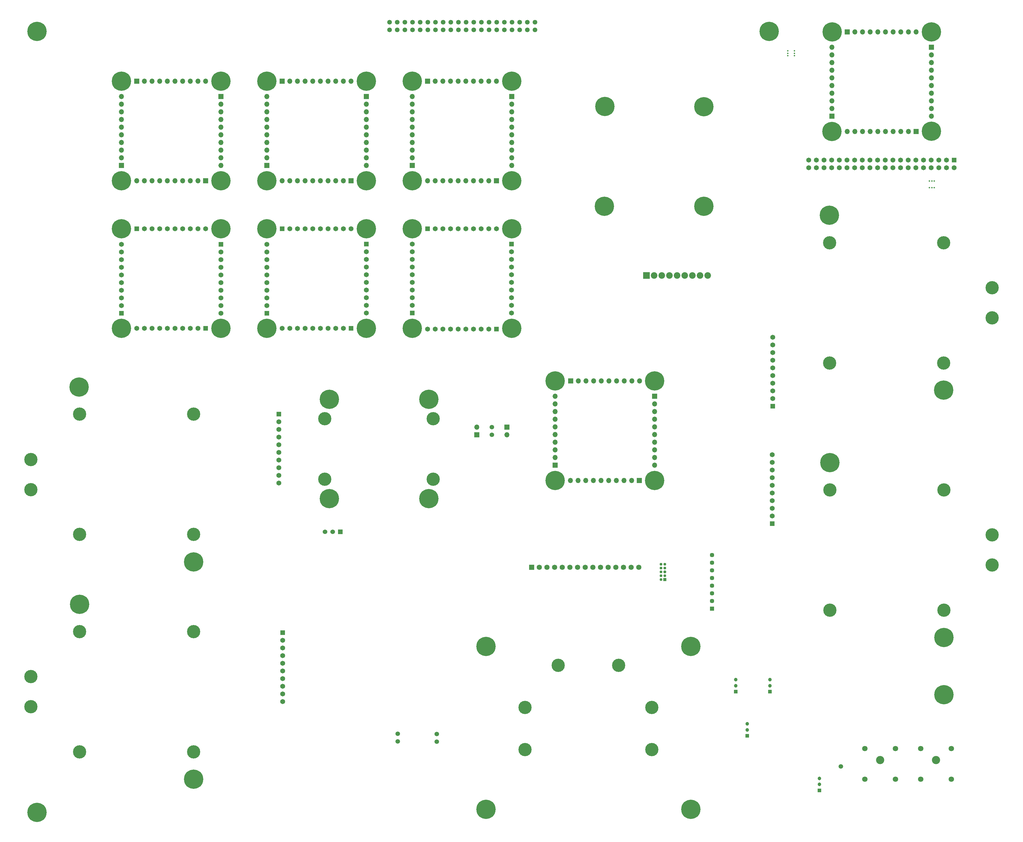
<source format=gbr>
%TF.GenerationSoftware,KiCad,Pcbnew,(7.0.0)*%
%TF.CreationDate,2023-04-25T15:08:01+02:00*%
%TF.ProjectId,EGSE,45475345-2e6b-4696-9361-645f70636258,rev?*%
%TF.SameCoordinates,Original*%
%TF.FileFunction,Soldermask,Bot*%
%TF.FilePolarity,Negative*%
%FSLAX46Y46*%
G04 Gerber Fmt 4.6, Leading zero omitted, Abs format (unit mm)*
G04 Created by KiCad (PCBNEW (7.0.0)) date 2023-04-25 15:08:01*
%MOMM*%
%LPD*%
G01*
G04 APERTURE LIST*
%ADD10R,1.000000X1.000000*%
%ADD11C,0.940000*%
%ADD12C,1.000000*%
%ADD13C,1.803400*%
%ADD14C,2.717800*%
%ADD15R,1.700000X1.700000*%
%ADD16O,1.700000X1.700000*%
%ADD17C,4.400000*%
%ADD18R,2.175000X2.175000*%
%ADD19C,2.175000*%
%ADD20C,6.400000*%
%ADD21R,1.650000X1.650000*%
%ADD22C,1.650000*%
%ADD23R,1.200000X1.200000*%
%ADD24C,1.200000*%
%ADD25C,1.500000*%
%ADD26C,0.500000*%
%ADD27R,1.447800X1.447800*%
%ADD28C,1.447800*%
%ADD29C,1.501000*%
%ADD30C,1.550000*%
%ADD31R,1.530000X1.530000*%
%ADD32C,1.530000*%
%ADD33R,1.725000X1.725000*%
%ADD34C,1.725000*%
G04 APERTURE END LIST*
D10*
%TO.C,J25*%
X347336750Y-240794599D03*
D11*
X346066751Y-240794600D03*
X347336751Y-239524600D03*
X346066751Y-239524600D03*
D12*
X347336751Y-238254600D03*
D11*
X346066751Y-238254600D03*
X347336751Y-236984600D03*
X346066751Y-236984600D03*
X347336751Y-235714600D03*
X346066751Y-235714600D03*
%TD*%
D13*
%TO.C,J55*%
X432300000Y-306986800D03*
X432300000Y-296826800D03*
X442460000Y-296826800D03*
X442460000Y-306986800D03*
D14*
X437380000Y-300636800D03*
%TD*%
D15*
%TO.C,J11*%
X268579999Y-75564999D03*
D16*
X271119999Y-75564999D03*
X273659999Y-75564999D03*
X276199999Y-75564999D03*
X278739999Y-75564999D03*
X281279999Y-75564999D03*
X283819999Y-75564999D03*
X286359999Y-75564999D03*
X288899999Y-75564999D03*
X291439999Y-75564999D03*
%TD*%
D17*
%TO.C,H21*%
X402154000Y-250942000D03*
%TD*%
D18*
%TO.C,J62*%
X341299999Y-139999999D03*
D19*
X343840000Y-140000000D03*
X346380000Y-140000000D03*
X348920000Y-140000000D03*
X351460000Y-140000000D03*
X354000000Y-140000000D03*
X356540000Y-140000000D03*
X359080000Y-140000000D03*
X361620000Y-140000000D03*
%TD*%
D20*
%TO.C,H42*%
X296520000Y-124521367D03*
%TD*%
D17*
%TO.C,H63*%
X270516234Y-187500000D03*
%TD*%
%TO.C,H65*%
X270516234Y-207500000D03*
%TD*%
D21*
%TO.C,J14*%
X220319999Y-124521366D03*
D22*
X222860000Y-124521367D03*
X225400000Y-124521367D03*
X227940000Y-124521367D03*
X230480000Y-124521367D03*
X233020000Y-124521367D03*
X235560000Y-124521367D03*
X238100000Y-124521367D03*
X240640000Y-124521367D03*
X243180000Y-124521367D03*
%TD*%
D15*
%TO.C,J60*%
X430783999Y-92201999D03*
D16*
X428243999Y-92201999D03*
X425703999Y-92201999D03*
X423163999Y-92201999D03*
X420623999Y-92201999D03*
X418083999Y-92201999D03*
X415543999Y-92201999D03*
X413003999Y-92201999D03*
X410463999Y-92201999D03*
X407923999Y-92201999D03*
%TD*%
D20*
%TO.C,H16*%
X435809040Y-92133246D03*
%TD*%
D15*
%TO.C,J12*%
X296519999Y-80644999D03*
D16*
X296519999Y-83184999D03*
X296519999Y-85724999D03*
X296519999Y-88264999D03*
X296519999Y-90804999D03*
X296519999Y-93344999D03*
X296519999Y-95884999D03*
X296519999Y-98424999D03*
X296519999Y-100964999D03*
X296519999Y-103504999D03*
%TD*%
D21*
%TO.C,J18*%
X199999999Y-129667160D03*
D22*
X200000000Y-132207161D03*
X200000000Y-134747161D03*
X200000000Y-137287161D03*
X200000000Y-139827161D03*
X200000000Y-142367161D03*
X200000000Y-144907161D03*
X200000000Y-147447161D03*
X200000000Y-149987161D03*
X200000000Y-152527161D03*
%TD*%
D21*
%TO.C,J23*%
X296512876Y-129578911D03*
D22*
X296512877Y-132118912D03*
X296512877Y-134658912D03*
X296512877Y-137198912D03*
X296512877Y-139738912D03*
X296512877Y-142278912D03*
X296512877Y-144818912D03*
X296512877Y-147358912D03*
X296512877Y-149898912D03*
X296512877Y-152438912D03*
%TD*%
D23*
%TO.C,J69*%
X370876101Y-278016877D03*
D24*
X370876102Y-276016878D03*
X370876102Y-274016878D03*
%TD*%
D21*
%TO.C,J43*%
X382999999Y-222239999D03*
D22*
X383000000Y-219700000D03*
X383000000Y-217160000D03*
X383000000Y-214620000D03*
X383000000Y-212080000D03*
X383000000Y-209540000D03*
X383000000Y-207000000D03*
X383000000Y-204460000D03*
X383000000Y-201920000D03*
X383000000Y-199380000D03*
%TD*%
D23*
%TO.C,J70*%
X382206328Y-277999999D03*
D24*
X382206329Y-276000000D03*
X382206329Y-274000000D03*
%TD*%
D21*
%TO.C,J16*%
X248259999Y-129601366D03*
D22*
X248260000Y-132141367D03*
X248260000Y-134681367D03*
X248260000Y-137221367D03*
X248260000Y-139761367D03*
X248260000Y-142301367D03*
X248260000Y-144841367D03*
X248260000Y-147381367D03*
X248260000Y-149921367D03*
X248260000Y-152461367D03*
%TD*%
D20*
%TO.C,H73*%
X402000000Y-120000000D03*
%TD*%
D15*
%TO.C,J7*%
X220319999Y-75564999D03*
D16*
X222859999Y-75564999D03*
X225399999Y-75564999D03*
X227939999Y-75564999D03*
X230479999Y-75564999D03*
X233019999Y-75564999D03*
X235559999Y-75564999D03*
X238099999Y-75564999D03*
X240639999Y-75564999D03*
X243179999Y-75564999D03*
%TD*%
D15*
%TO.C,J2*%
X166979999Y-103504999D03*
D16*
X166979999Y-100964999D03*
X166979999Y-98424999D03*
X166979999Y-95884999D03*
X166979999Y-93344999D03*
X166979999Y-90804999D03*
X166979999Y-88264999D03*
X166979999Y-85724999D03*
X166979999Y-83184999D03*
X166979999Y-80644999D03*
%TD*%
D21*
%TO.C,J26*%
X263522881Y-152434356D03*
D22*
X263522882Y-149894357D03*
X263522882Y-147354357D03*
X263522882Y-144814357D03*
X263522882Y-142274357D03*
X263522882Y-139734357D03*
X263522882Y-137194357D03*
X263522882Y-134654357D03*
X263522882Y-132114357D03*
X263522882Y-129574357D03*
%TD*%
D17*
%TO.C,H53*%
X301000000Y-297220000D03*
%TD*%
D20*
%TO.C,H5*%
X215240000Y-75565000D03*
%TD*%
%TO.C,H81*%
X139000000Y-318000000D03*
%TD*%
D17*
%TO.C,H27*%
X153139939Y-225842682D03*
%TD*%
D15*
%TO.C,J10*%
X291439999Y-108584999D03*
D16*
X288899999Y-108584999D03*
X286359999Y-108584999D03*
X283819999Y-108584999D03*
X281279999Y-108584999D03*
X278739999Y-108584999D03*
X276199999Y-108584999D03*
X273659999Y-108584999D03*
X271119999Y-108584999D03*
X268579999Y-108584999D03*
%TD*%
D20*
%TO.C,H33*%
X166980000Y-124521367D03*
%TD*%
%TO.C,H56*%
X269016234Y-181000000D03*
%TD*%
D17*
%TO.C,H64*%
X234516234Y-207500000D03*
%TD*%
D21*
%TO.C,J44*%
X383134987Y-183291773D03*
D22*
X383134988Y-180751774D03*
X383134988Y-178211774D03*
X383134988Y-175671774D03*
X383134988Y-173131774D03*
X383134988Y-170591774D03*
X383134988Y-168051774D03*
X383134988Y-165511774D03*
X383134988Y-162971774D03*
X383134988Y-160431774D03*
%TD*%
D20*
%TO.C,H37*%
X215240000Y-124521367D03*
%TD*%
%TO.C,H40*%
X248260000Y-124521367D03*
%TD*%
D15*
%TO.C,J29*%
X402843999Y-87121999D03*
D16*
X402843999Y-84581999D03*
X402843999Y-82041999D03*
X402843999Y-79501999D03*
X402843999Y-76961999D03*
X402843999Y-74421999D03*
X402843999Y-71881999D03*
X402843999Y-69341999D03*
X402843999Y-66801999D03*
X402843999Y-64261999D03*
%TD*%
D25*
%TO.C,J72*%
X405750000Y-302750000D03*
%TD*%
D17*
%TO.C,H31*%
X153167000Y-297936000D03*
%TD*%
D21*
%TO.C,J45*%
X219281236Y-185974854D03*
D22*
X219281237Y-188514855D03*
X219281237Y-191054855D03*
X219281237Y-193594855D03*
X219281237Y-196134855D03*
X219281237Y-198674855D03*
X219281237Y-201214855D03*
X219281237Y-203754855D03*
X219281237Y-206294855D03*
X219281237Y-208834855D03*
%TD*%
D15*
%TO.C,J30*%
X310979999Y-202889999D03*
D16*
X310979999Y-200349999D03*
X310979999Y-197809999D03*
X310979999Y-195269999D03*
X310979999Y-192729999D03*
X310979999Y-190189999D03*
X310979999Y-187649999D03*
X310979999Y-185109999D03*
X310979999Y-182569999D03*
X310979999Y-180029999D03*
%TD*%
D20*
%TO.C,H15*%
X402848433Y-92235289D03*
%TD*%
D21*
%TO.C,J15*%
X243179999Y-157541366D03*
D22*
X240640000Y-157541367D03*
X238100000Y-157541367D03*
X235560000Y-157541367D03*
X233020000Y-157541367D03*
X230480000Y-157541367D03*
X227940000Y-157541367D03*
X225400000Y-157541367D03*
X222860000Y-157541367D03*
X220320000Y-157541367D03*
%TD*%
D21*
%TO.C,J24*%
X220552705Y-258435351D03*
D22*
X220552706Y-260975352D03*
X220552706Y-263515352D03*
X220552706Y-266055352D03*
X220552706Y-268595352D03*
X220552706Y-271135352D03*
X220552706Y-273675352D03*
X220552706Y-276215352D03*
X220552706Y-278755352D03*
X220552706Y-281295352D03*
%TD*%
D17*
%TO.C,H55*%
X343000000Y-297220000D03*
%TD*%
D20*
%TO.C,H61*%
X344000000Y-208000000D03*
%TD*%
%TO.C,H36*%
X166980000Y-157541367D03*
%TD*%
D17*
%TO.C,*%
X456000000Y-236000000D03*
%TD*%
%TO.C,*%
X456000000Y-144000000D03*
%TD*%
D26*
%TO.C,mouse-bite-2.54mm-slot*%
X436791000Y-110828000D03*
X436791000Y-108628000D03*
X435991000Y-110828000D03*
X435991000Y-108628000D03*
X435191000Y-110828000D03*
X435191000Y-108628000D03*
%TD*%
D15*
%TO.C,J4*%
X199999999Y-80644999D03*
D16*
X199999999Y-83184999D03*
X199999999Y-85724999D03*
X199999999Y-88264999D03*
X199999999Y-90804999D03*
X199999999Y-93344999D03*
X199999999Y-95884999D03*
X199999999Y-98424999D03*
X199999999Y-100964999D03*
X199999999Y-103504999D03*
%TD*%
D20*
%TO.C,H77*%
X356000000Y-263000000D03*
%TD*%
%TO.C,H67*%
X153154000Y-249000000D03*
%TD*%
D15*
%TO.C,J5*%
X215239999Y-103504999D03*
D16*
X215239999Y-100964999D03*
X215239999Y-98424999D03*
X215239999Y-95884999D03*
X215239999Y-93344999D03*
X215239999Y-90804999D03*
X215239999Y-88264999D03*
X215239999Y-85724999D03*
X215239999Y-83184999D03*
X215239999Y-80644999D03*
%TD*%
D17*
%TO.C,H25*%
X190985939Y-185964682D03*
%TD*%
D15*
%TO.C,J57*%
X294981087Y-190294287D03*
D16*
X294981087Y-192834287D03*
%TD*%
D17*
%TO.C,H51*%
X332000000Y-269220000D03*
%TD*%
D20*
%TO.C,H2*%
X200000000Y-75565000D03*
%TD*%
D15*
%TO.C,J32*%
X316089999Y-174979999D03*
D16*
X318629999Y-174979999D03*
X321169999Y-174979999D03*
X323709999Y-174979999D03*
X326249999Y-174979999D03*
X328789999Y-174979999D03*
X331329999Y-174979999D03*
X333869999Y-174979999D03*
X336409999Y-174979999D03*
X338949999Y-174979999D03*
%TD*%
D20*
%TO.C,H62*%
X310980000Y-174980000D03*
%TD*%
D17*
%TO.C,H20*%
X439860061Y-129157318D03*
%TD*%
D15*
%TO.C,J6*%
X243179999Y-108584999D03*
D16*
X240639999Y-108584999D03*
X238099999Y-108584999D03*
X235559999Y-108584999D03*
X233019999Y-108584999D03*
X230479999Y-108584999D03*
X227939999Y-108584999D03*
X225399999Y-108584999D03*
X222859999Y-108584999D03*
X220319999Y-108584999D03*
%TD*%
D23*
%TO.C,J71*%
X398671704Y-310739500D03*
D24*
X398671705Y-308739501D03*
X398671705Y-306739501D03*
%TD*%
D27*
%TO.C,J42*%
X363034630Y-250465722D03*
D28*
X363034631Y-247925723D03*
X363034631Y-245385723D03*
X363034631Y-242845723D03*
X363034631Y-240305723D03*
X363034631Y-237765723D03*
X363034631Y-235225723D03*
X363034631Y-232685723D03*
%TD*%
D21*
%TO.C,J13*%
X215282457Y-152472107D03*
D22*
X215282458Y-149932108D03*
X215282458Y-147392108D03*
X215282458Y-144852108D03*
X215282458Y-142312108D03*
X215282458Y-139772108D03*
X215282458Y-137232108D03*
X215282458Y-134692108D03*
X215282458Y-132152108D03*
X215282458Y-129612108D03*
%TD*%
D20*
%TO.C,H69*%
X344000000Y-174980000D03*
%TD*%
D15*
%TO.C,J61*%
X435863999Y-64261999D03*
D16*
X435863999Y-66801999D03*
X435863999Y-69341999D03*
X435863999Y-71881999D03*
X435863999Y-74421999D03*
X435863999Y-76961999D03*
X435863999Y-79501999D03*
X435863999Y-82041999D03*
X435863999Y-84581999D03*
X435863999Y-87121999D03*
%TD*%
D20*
%TO.C,H11*%
X263500000Y-108585000D03*
%TD*%
D17*
%TO.C,*%
X137000000Y-201000000D03*
%TD*%
D20*
%TO.C,H9*%
X263500000Y-75565000D03*
%TD*%
D23*
%TO.C,J68*%
X374727101Y-292644877D03*
D24*
X374727102Y-290644878D03*
X374727102Y-288644878D03*
%TD*%
D20*
%TO.C,H41*%
X263500000Y-124521367D03*
%TD*%
%TO.C,H12*%
X296520000Y-108585000D03*
%TD*%
D17*
%TO.C,H50*%
X301000000Y-283220000D03*
%TD*%
D20*
%TO.C,H48*%
X327273603Y-117000000D03*
%TD*%
%TO.C,H44*%
X263500000Y-157541367D03*
%TD*%
%TO.C,H1*%
X166980000Y-75565000D03*
%TD*%
D15*
%TO.C,J1*%
X172059999Y-75564999D03*
D16*
X174599999Y-75564999D03*
X177139999Y-75564999D03*
X179679999Y-75564999D03*
X182219999Y-75564999D03*
X184759999Y-75564999D03*
X187299999Y-75564999D03*
X189839999Y-75564999D03*
X192379999Y-75564999D03*
X194919999Y-75564999D03*
%TD*%
D20*
%TO.C,H82*%
X440000000Y-279000000D03*
%TD*%
D15*
%TO.C,J33*%
X343999999Y-180059999D03*
D16*
X343999999Y-182599999D03*
X343999999Y-185139999D03*
X343999999Y-187679999D03*
X343999999Y-190219999D03*
X343999999Y-192759999D03*
X343999999Y-195299999D03*
X343999999Y-197839999D03*
X343999999Y-200379999D03*
X343999999Y-202919999D03*
%TD*%
D20*
%TO.C,H7*%
X248260000Y-75565000D03*
%TD*%
D15*
%TO.C,J56*%
X284977999Y-192837783D03*
D16*
X284977999Y-190297783D03*
%TD*%
D17*
%TO.C,H19*%
X439860061Y-169035318D03*
%TD*%
D20*
%TO.C,H10*%
X296520000Y-75565000D03*
%TD*%
D21*
%TO.C,J67*%
X443344722Y-101737213D03*
D22*
X443344723Y-104277214D03*
X440804723Y-101737214D03*
X440804723Y-104277214D03*
X438264723Y-101737214D03*
X438264723Y-104277214D03*
X435724723Y-101737214D03*
X435724723Y-104277214D03*
X433184723Y-101737214D03*
X433184723Y-104277214D03*
X430644723Y-101737214D03*
X430644723Y-104277214D03*
X428104723Y-101737214D03*
X428104723Y-104277214D03*
X425564723Y-101737214D03*
X425564723Y-104277214D03*
X423024723Y-101737214D03*
X423024723Y-104277214D03*
X420484723Y-101737214D03*
X420484723Y-104277214D03*
X417944723Y-101737214D03*
X417944723Y-104277214D03*
X415404723Y-101737214D03*
X415404723Y-104277214D03*
X412864723Y-101737214D03*
X412864723Y-104277214D03*
X410324723Y-101737214D03*
X410324723Y-104277214D03*
X407784723Y-101737214D03*
X407784723Y-104277214D03*
X405244723Y-101737214D03*
X405244723Y-104277214D03*
X402704723Y-101737214D03*
X402704723Y-104277214D03*
X400164723Y-101737214D03*
X400164723Y-104277214D03*
X397624723Y-101737214D03*
X397624723Y-104277214D03*
X395084723Y-101737214D03*
X395084723Y-104277214D03*
%TD*%
D20*
%TO.C,H60*%
X191000000Y-235000000D03*
%TD*%
%TO.C,H8*%
X248260000Y-108585000D03*
%TD*%
%TO.C,H71*%
X402154000Y-202000000D03*
%TD*%
%TO.C,H59*%
X153000000Y-177000000D03*
%TD*%
D17*
%TO.C,*%
X456000000Y-226000000D03*
%TD*%
D21*
%TO.C,J21*%
X268579999Y-124521366D03*
D22*
X271120000Y-124521367D03*
X273660000Y-124521367D03*
X276200000Y-124521367D03*
X278740000Y-124521367D03*
X281280000Y-124521367D03*
X283820000Y-124521367D03*
X286360000Y-124521367D03*
X288900000Y-124521367D03*
X291440000Y-124521367D03*
%TD*%
D29*
%TO.C,J73*%
X258750000Y-291980000D03*
X258750000Y-294520000D03*
%TD*%
D17*
%TO.C,H30*%
X191013000Y-258058000D03*
%TD*%
D20*
%TO.C,H76*%
X288000000Y-317000000D03*
%TD*%
D29*
%TO.C,J66*%
X289951596Y-192840456D03*
X289951596Y-190300456D03*
%TD*%
D17*
%TO.C,H28*%
X190985939Y-225842682D03*
%TD*%
%TO.C,H22*%
X440000000Y-250942000D03*
%TD*%
D15*
%TO.C,J9*%
X263499999Y-103504999D03*
D16*
X263499999Y-100964999D03*
X263499999Y-98424999D03*
X263499999Y-95884999D03*
X263499999Y-93344999D03*
X263499999Y-90804999D03*
X263499999Y-88264999D03*
X263499999Y-85724999D03*
X263499999Y-83184999D03*
X263499999Y-80644999D03*
%TD*%
D17*
%TO.C,H49*%
X312000000Y-269220000D03*
%TD*%
D15*
%TO.C,J59*%
X407923999Y-59181999D03*
D16*
X410463999Y-59181999D03*
X413003999Y-59181999D03*
X415543999Y-59181999D03*
X418083999Y-59181999D03*
X420623999Y-59181999D03*
X423163999Y-59181999D03*
X425703999Y-59181999D03*
X428243999Y-59181999D03*
X430783999Y-59181999D03*
%TD*%
D20*
%TO.C,H46*%
X360273603Y-117000000D03*
%TD*%
D17*
%TO.C,H23*%
X440000000Y-211064000D03*
%TD*%
%TO.C,H26*%
X153139939Y-185964682D03*
%TD*%
D20*
%TO.C,H57*%
X269016234Y-214000000D03*
%TD*%
D17*
%TO.C,*%
X137000000Y-283000000D03*
%TD*%
D15*
%TO.C,J3*%
X194919999Y-108584999D03*
D16*
X192379999Y-108584999D03*
X189839999Y-108584999D03*
X187299999Y-108584999D03*
X184759999Y-108584999D03*
X182219999Y-108584999D03*
X179679999Y-108584999D03*
X177139999Y-108584999D03*
X174599999Y-108584999D03*
X172059999Y-108584999D03*
%TD*%
D17*
%TO.C,H17*%
X402014061Y-169035318D03*
%TD*%
%TO.C,*%
X456000000Y-154000000D03*
%TD*%
D29*
%TO.C,J64*%
X271659616Y-292055693D03*
X271659616Y-294595693D03*
%TD*%
D26*
%TO.C,mouse-bite-2.54mm-slot*%
X388164902Y-67099454D03*
X390364902Y-67099454D03*
X388164902Y-66299454D03*
X390364902Y-66299454D03*
X388164902Y-65499454D03*
X390364902Y-65499454D03*
%TD*%
D30*
%TO.C,J58*%
X255980000Y-56000000D03*
X255980000Y-58540000D03*
X258520000Y-56000000D03*
X258520000Y-58540000D03*
X261060000Y-56000000D03*
X261060000Y-58540000D03*
X263600000Y-56000000D03*
X263600000Y-58540000D03*
X266140000Y-56000000D03*
X266140000Y-58540000D03*
X268680000Y-56000000D03*
X268680000Y-58540000D03*
X271220000Y-56000000D03*
X271220000Y-58540000D03*
X273760000Y-56000000D03*
X273760000Y-58540000D03*
X276300000Y-56000000D03*
X276300000Y-58540000D03*
X278840000Y-56000000D03*
X278840000Y-58540000D03*
X281380000Y-56000000D03*
X281380000Y-58540000D03*
X283920000Y-56000000D03*
X283920000Y-58540000D03*
X286460000Y-56000000D03*
X286460000Y-58540000D03*
X289000000Y-56000000D03*
X289000000Y-58540000D03*
X291540000Y-56000000D03*
X291540000Y-58540000D03*
X294080000Y-56000000D03*
X294080000Y-58540000D03*
X296620000Y-56000000D03*
X296620000Y-58540000D03*
X299160000Y-56000000D03*
X299160000Y-58540000D03*
X301700000Y-56000000D03*
X301700000Y-58540000D03*
X304240000Y-56000000D03*
X304240000Y-58540000D03*
%TD*%
D20*
%TO.C,H78*%
X356000000Y-317000000D03*
%TD*%
%TO.C,H58*%
X236016234Y-214000000D03*
%TD*%
%TO.C,H68*%
X310980000Y-208000000D03*
%TD*%
%TO.C,H79*%
X382000000Y-59000000D03*
%TD*%
%TO.C,H14*%
X435847758Y-59193309D03*
%TD*%
D17*
%TO.C,H66*%
X234516234Y-187500000D03*
%TD*%
D20*
%TO.C,H70*%
X191000000Y-307000000D03*
%TD*%
D17*
%TO.C,*%
X137000000Y-273000000D03*
%TD*%
%TO.C,H24*%
X402154000Y-211064000D03*
%TD*%
D20*
%TO.C,H45*%
X360273603Y-84000000D03*
%TD*%
%TO.C,H52*%
X236016234Y-181000000D03*
%TD*%
D21*
%TO.C,J19*%
X194919999Y-157541366D03*
D22*
X192380000Y-157541367D03*
X189840000Y-157541367D03*
X187300000Y-157541367D03*
X184760000Y-157541367D03*
X182220000Y-157541367D03*
X179680000Y-157541367D03*
X177140000Y-157541367D03*
X174600000Y-157541367D03*
X172060000Y-157541367D03*
%TD*%
D20*
%TO.C,H47*%
X327446103Y-83928900D03*
%TD*%
D17*
%TO.C,H54*%
X343000000Y-283220000D03*
%TD*%
D20*
%TO.C,H80*%
X139000000Y-59000000D03*
%TD*%
%TO.C,H38*%
X215240000Y-157541367D03*
%TD*%
%TO.C,H35*%
X200000000Y-157541367D03*
%TD*%
%TO.C,H39*%
X248260000Y-157541367D03*
%TD*%
%TO.C,H3*%
X166980000Y-108585000D03*
%TD*%
%TO.C,H72*%
X440000000Y-260000000D03*
%TD*%
D21*
%TO.C,J22*%
X291439999Y-157795366D03*
D22*
X288900000Y-157795367D03*
X286360000Y-157795367D03*
X283820000Y-157795367D03*
X281280000Y-157795367D03*
X278740000Y-157795367D03*
X276200000Y-157795367D03*
X273660000Y-157795367D03*
X271120000Y-157795367D03*
X268580000Y-157795367D03*
%TD*%
D17*
%TO.C,H32*%
X191013000Y-297936000D03*
%TD*%
D21*
%TO.C,J20*%
X167008775Y-152472312D03*
D22*
X167008776Y-149932313D03*
X167008776Y-147392313D03*
X167008776Y-144852313D03*
X167008776Y-142312313D03*
X167008776Y-139772313D03*
X167008776Y-137232313D03*
X167008776Y-134692313D03*
X167008776Y-132152313D03*
X167008776Y-129612313D03*
%TD*%
D20*
%TO.C,H75*%
X288000000Y-263000000D03*
%TD*%
D15*
%TO.C,J31*%
X338919999Y-207999999D03*
D16*
X336379999Y-207999999D03*
X333839999Y-207999999D03*
X331299999Y-207999999D03*
X328759999Y-207999999D03*
X326219999Y-207999999D03*
X323679999Y-207999999D03*
X321139999Y-207999999D03*
X318599999Y-207999999D03*
X316059999Y-207999999D03*
%TD*%
D20*
%TO.C,H6*%
X215240000Y-108585000D03*
%TD*%
%TO.C,H34*%
X200000000Y-124521367D03*
%TD*%
D17*
%TO.C,H18*%
X402014061Y-129157318D03*
%TD*%
D31*
%TO.C,J65*%
X239681999Y-224999999D03*
D32*
X237142000Y-225000000D03*
X234602000Y-225000000D03*
%TD*%
D21*
%TO.C,J17*%
X172059999Y-124521366D03*
D22*
X174600000Y-124521367D03*
X177140000Y-124521367D03*
X179680000Y-124521367D03*
X182220000Y-124521367D03*
X184760000Y-124521367D03*
X187300000Y-124521367D03*
X189840000Y-124521367D03*
X192380000Y-124521367D03*
X194920000Y-124521367D03*
%TD*%
D17*
%TO.C,*%
X137000000Y-211000000D03*
%TD*%
D20*
%TO.C,H4*%
X200000000Y-108585000D03*
%TD*%
%TO.C,H74*%
X439860061Y-178000000D03*
%TD*%
D17*
%TO.C,H29*%
X153167000Y-258058000D03*
%TD*%
D33*
%TO.C,J63*%
X303153240Y-236764874D03*
D34*
X305693241Y-236764875D03*
X308233241Y-236764875D03*
X310773241Y-236764875D03*
X313313241Y-236764875D03*
X315853241Y-236764875D03*
X318393241Y-236764875D03*
X320933241Y-236764875D03*
X323473241Y-236764875D03*
X326013241Y-236764875D03*
X328553241Y-236764875D03*
X331093241Y-236764875D03*
X333633241Y-236764875D03*
X336173241Y-236764875D03*
X338713241Y-236764875D03*
%TD*%
D20*
%TO.C,H13*%
X402906507Y-59185761D03*
%TD*%
%TO.C,H43*%
X296520000Y-157541367D03*
%TD*%
D13*
%TO.C,J54*%
X413720000Y-306986800D03*
X413720000Y-296826800D03*
X423880000Y-296826800D03*
X423880000Y-306986800D03*
D14*
X418800000Y-300636800D03*
%TD*%
D15*
%TO.C,J8*%
X248259999Y-80644999D03*
D16*
X248259999Y-83184999D03*
X248259999Y-85724999D03*
X248259999Y-88264999D03*
X248259999Y-90804999D03*
X248259999Y-93344999D03*
X248259999Y-95884999D03*
X248259999Y-98424999D03*
X248259999Y-100964999D03*
X248259999Y-103504999D03*
%TD*%
M02*

</source>
